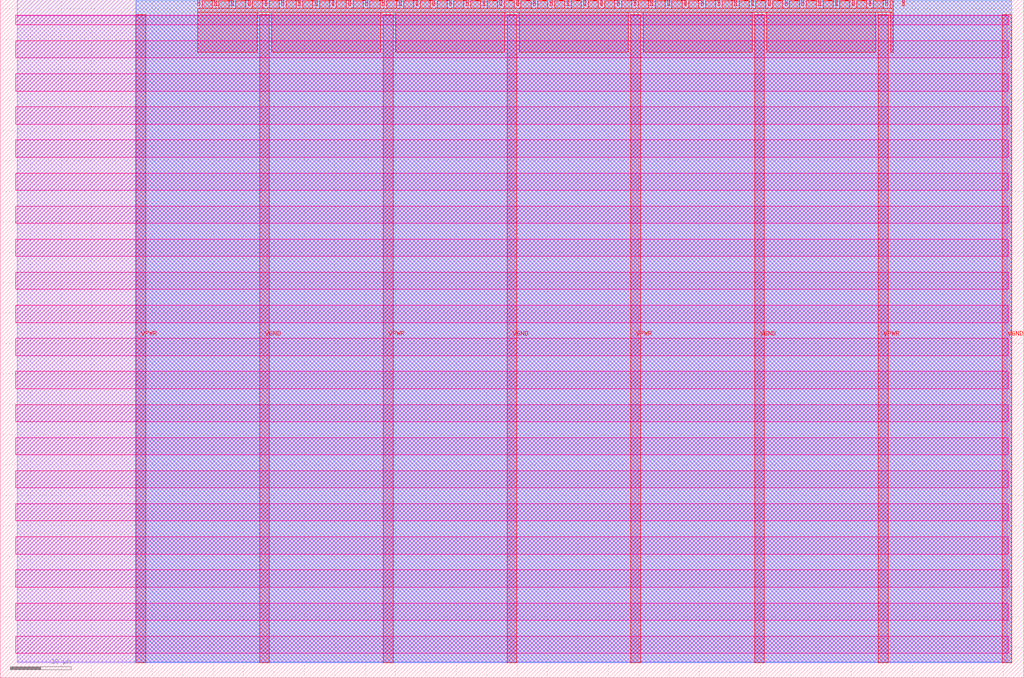
<source format=lef>
VERSION 5.7 ;
  NOWIREEXTENSIONATPIN ON ;
  DIVIDERCHAR "/" ;
  BUSBITCHARS "[]" ;
MACRO tt_um_topModuleKA
  CLASS BLOCK ;
  FOREIGN tt_um_topModuleKA ;
  ORIGIN 0.000 0.000 ;
  SIZE 168.360 BY 111.520 ;
  PIN VGND
    DIRECTION INOUT ;
    USE GROUND ;
    PORT
      LAYER met4 ;
        RECT 42.670 2.480 44.270 109.040 ;
    END
    PORT
      LAYER met4 ;
        RECT 83.380 2.480 84.980 109.040 ;
    END
    PORT
      LAYER met4 ;
        RECT 124.090 2.480 125.690 109.040 ;
    END
    PORT
      LAYER met4 ;
        RECT 164.800 2.480 166.400 109.040 ;
    END
  END VGND
  PIN VPWR
    DIRECTION INOUT ;
    USE POWER ;
    PORT
      LAYER met4 ;
        RECT 22.315 2.480 23.915 109.040 ;
    END
    PORT
      LAYER met4 ;
        RECT 63.025 2.480 64.625 109.040 ;
    END
    PORT
      LAYER met4 ;
        RECT 103.735 2.480 105.335 109.040 ;
    END
    PORT
      LAYER met4 ;
        RECT 144.445 2.480 146.045 109.040 ;
    END
  END VPWR
  PIN clk
    DIRECTION INPUT ;
    USE SIGNAL ;
    ANTENNAGATEAREA 0.852000 ;
    PORT
      LAYER met4 ;
        RECT 145.670 110.520 145.970 111.520 ;
    END
  END clk
  PIN ena
    DIRECTION INPUT ;
    USE SIGNAL ;
    PORT
      LAYER met4 ;
        RECT 148.430 110.520 148.730 111.520 ;
    END
  END ena
  PIN rst_n
    DIRECTION INPUT ;
    USE SIGNAL ;
    ANTENNAGATEAREA 0.213000 ;
    PORT
      LAYER met4 ;
        RECT 142.910 110.520 143.210 111.520 ;
    END
  END rst_n
  PIN ui_in[0]
    DIRECTION INPUT ;
    USE SIGNAL ;
    ANTENNAGATEAREA 0.196500 ;
    PORT
      LAYER met4 ;
        RECT 140.150 110.520 140.450 111.520 ;
    END
  END ui_in[0]
  PIN ui_in[1]
    DIRECTION INPUT ;
    USE SIGNAL ;
    ANTENNAGATEAREA 0.196500 ;
    PORT
      LAYER met4 ;
        RECT 137.390 110.520 137.690 111.520 ;
    END
  END ui_in[1]
  PIN ui_in[2]
    DIRECTION INPUT ;
    USE SIGNAL ;
    ANTENNAGATEAREA 0.196500 ;
    PORT
      LAYER met4 ;
        RECT 134.630 110.520 134.930 111.520 ;
    END
  END ui_in[2]
  PIN ui_in[3]
    DIRECTION INPUT ;
    USE SIGNAL ;
    ANTENNAGATEAREA 0.196500 ;
    PORT
      LAYER met4 ;
        RECT 131.870 110.520 132.170 111.520 ;
    END
  END ui_in[3]
  PIN ui_in[4]
    DIRECTION INPUT ;
    USE SIGNAL ;
    ANTENNAGATEAREA 0.196500 ;
    PORT
      LAYER met4 ;
        RECT 129.110 110.520 129.410 111.520 ;
    END
  END ui_in[4]
  PIN ui_in[5]
    DIRECTION INPUT ;
    USE SIGNAL ;
    ANTENNAGATEAREA 0.196500 ;
    PORT
      LAYER met4 ;
        RECT 126.350 110.520 126.650 111.520 ;
    END
  END ui_in[5]
  PIN ui_in[6]
    DIRECTION INPUT ;
    USE SIGNAL ;
    ANTENNAGATEAREA 0.196500 ;
    PORT
      LAYER met4 ;
        RECT 123.590 110.520 123.890 111.520 ;
    END
  END ui_in[6]
  PIN ui_in[7]
    DIRECTION INPUT ;
    USE SIGNAL ;
    ANTENNAGATEAREA 0.196500 ;
    PORT
      LAYER met4 ;
        RECT 120.830 110.520 121.130 111.520 ;
    END
  END ui_in[7]
  PIN uio_in[0]
    DIRECTION INPUT ;
    USE SIGNAL ;
    PORT
      LAYER met4 ;
        RECT 118.070 110.520 118.370 111.520 ;
    END
  END uio_in[0]
  PIN uio_in[1]
    DIRECTION INPUT ;
    USE SIGNAL ;
    PORT
      LAYER met4 ;
        RECT 115.310 110.520 115.610 111.520 ;
    END
  END uio_in[1]
  PIN uio_in[2]
    DIRECTION INPUT ;
    USE SIGNAL ;
    PORT
      LAYER met4 ;
        RECT 112.550 110.520 112.850 111.520 ;
    END
  END uio_in[2]
  PIN uio_in[3]
    DIRECTION INPUT ;
    USE SIGNAL ;
    PORT
      LAYER met4 ;
        RECT 109.790 110.520 110.090 111.520 ;
    END
  END uio_in[3]
  PIN uio_in[4]
    DIRECTION INPUT ;
    USE SIGNAL ;
    PORT
      LAYER met4 ;
        RECT 107.030 110.520 107.330 111.520 ;
    END
  END uio_in[4]
  PIN uio_in[5]
    DIRECTION INPUT ;
    USE SIGNAL ;
    PORT
      LAYER met4 ;
        RECT 104.270 110.520 104.570 111.520 ;
    END
  END uio_in[5]
  PIN uio_in[6]
    DIRECTION INPUT ;
    USE SIGNAL ;
    PORT
      LAYER met4 ;
        RECT 101.510 110.520 101.810 111.520 ;
    END
  END uio_in[6]
  PIN uio_in[7]
    DIRECTION INPUT ;
    USE SIGNAL ;
    PORT
      LAYER met4 ;
        RECT 98.750 110.520 99.050 111.520 ;
    END
  END uio_in[7]
  PIN uio_oe[0]
    DIRECTION OUTPUT TRISTATE ;
    USE SIGNAL ;
    PORT
      LAYER met4 ;
        RECT 51.830 110.520 52.130 111.520 ;
    END
  END uio_oe[0]
  PIN uio_oe[1]
    DIRECTION OUTPUT TRISTATE ;
    USE SIGNAL ;
    PORT
      LAYER met4 ;
        RECT 49.070 110.520 49.370 111.520 ;
    END
  END uio_oe[1]
  PIN uio_oe[2]
    DIRECTION OUTPUT TRISTATE ;
    USE SIGNAL ;
    PORT
      LAYER met4 ;
        RECT 46.310 110.520 46.610 111.520 ;
    END
  END uio_oe[2]
  PIN uio_oe[3]
    DIRECTION OUTPUT TRISTATE ;
    USE SIGNAL ;
    PORT
      LAYER met4 ;
        RECT 43.550 110.520 43.850 111.520 ;
    END
  END uio_oe[3]
  PIN uio_oe[4]
    DIRECTION OUTPUT TRISTATE ;
    USE SIGNAL ;
    PORT
      LAYER met4 ;
        RECT 40.790 110.520 41.090 111.520 ;
    END
  END uio_oe[4]
  PIN uio_oe[5]
    DIRECTION OUTPUT TRISTATE ;
    USE SIGNAL ;
    PORT
      LAYER met4 ;
        RECT 38.030 110.520 38.330 111.520 ;
    END
  END uio_oe[5]
  PIN uio_oe[6]
    DIRECTION OUTPUT TRISTATE ;
    USE SIGNAL ;
    PORT
      LAYER met4 ;
        RECT 35.270 110.520 35.570 111.520 ;
    END
  END uio_oe[6]
  PIN uio_oe[7]
    DIRECTION OUTPUT TRISTATE ;
    USE SIGNAL ;
    PORT
      LAYER met4 ;
        RECT 32.510 110.520 32.810 111.520 ;
    END
  END uio_oe[7]
  PIN uio_out[0]
    DIRECTION OUTPUT TRISTATE ;
    USE SIGNAL ;
    PORT
      LAYER met4 ;
        RECT 73.910 110.520 74.210 111.520 ;
    END
  END uio_out[0]
  PIN uio_out[1]
    DIRECTION OUTPUT TRISTATE ;
    USE SIGNAL ;
    PORT
      LAYER met4 ;
        RECT 71.150 110.520 71.450 111.520 ;
    END
  END uio_out[1]
  PIN uio_out[2]
    DIRECTION OUTPUT TRISTATE ;
    USE SIGNAL ;
    PORT
      LAYER met4 ;
        RECT 68.390 110.520 68.690 111.520 ;
    END
  END uio_out[2]
  PIN uio_out[3]
    DIRECTION OUTPUT TRISTATE ;
    USE SIGNAL ;
    PORT
      LAYER met4 ;
        RECT 65.630 110.520 65.930 111.520 ;
    END
  END uio_out[3]
  PIN uio_out[4]
    DIRECTION OUTPUT TRISTATE ;
    USE SIGNAL ;
    PORT
      LAYER met4 ;
        RECT 62.870 110.520 63.170 111.520 ;
    END
  END uio_out[4]
  PIN uio_out[5]
    DIRECTION OUTPUT TRISTATE ;
    USE SIGNAL ;
    PORT
      LAYER met4 ;
        RECT 60.110 110.520 60.410 111.520 ;
    END
  END uio_out[5]
  PIN uio_out[6]
    DIRECTION OUTPUT TRISTATE ;
    USE SIGNAL ;
    PORT
      LAYER met4 ;
        RECT 57.350 110.520 57.650 111.520 ;
    END
  END uio_out[6]
  PIN uio_out[7]
    DIRECTION OUTPUT TRISTATE ;
    USE SIGNAL ;
    ANTENNADIFFAREA 0.795200 ;
    PORT
      LAYER met4 ;
        RECT 54.590 110.520 54.890 111.520 ;
    END
  END uio_out[7]
  PIN uo_out[0]
    DIRECTION OUTPUT TRISTATE ;
    USE SIGNAL ;
    ANTENNAGATEAREA 0.126000 ;
    ANTENNADIFFAREA 0.445500 ;
    PORT
      LAYER met4 ;
        RECT 95.990 110.520 96.290 111.520 ;
    END
  END uo_out[0]
  PIN uo_out[1]
    DIRECTION OUTPUT TRISTATE ;
    USE SIGNAL ;
    ANTENNAGATEAREA 0.621000 ;
    ANTENNADIFFAREA 0.891000 ;
    PORT
      LAYER met4 ;
        RECT 93.230 110.520 93.530 111.520 ;
    END
  END uo_out[1]
  PIN uo_out[2]
    DIRECTION OUTPUT TRISTATE ;
    USE SIGNAL ;
    ANTENNAGATEAREA 0.499500 ;
    ANTENNADIFFAREA 0.891000 ;
    PORT
      LAYER met4 ;
        RECT 90.470 110.520 90.770 111.520 ;
    END
  END uo_out[2]
  PIN uo_out[3]
    DIRECTION OUTPUT TRISTATE ;
    USE SIGNAL ;
    ANTENNAGATEAREA 0.868500 ;
    ANTENNADIFFAREA 0.891000 ;
    PORT
      LAYER met4 ;
        RECT 87.710 110.520 88.010 111.520 ;
    END
  END uo_out[3]
  PIN uo_out[4]
    DIRECTION OUTPUT TRISTATE ;
    USE SIGNAL ;
    ANTENNAGATEAREA 0.621000 ;
    ANTENNADIFFAREA 0.891000 ;
    PORT
      LAYER met4 ;
        RECT 84.950 110.520 85.250 111.520 ;
    END
  END uo_out[4]
  PIN uo_out[5]
    DIRECTION OUTPUT TRISTATE ;
    USE SIGNAL ;
    ANTENNAGATEAREA 0.499500 ;
    ANTENNADIFFAREA 0.891000 ;
    PORT
      LAYER met4 ;
        RECT 82.190 110.520 82.490 111.520 ;
    END
  END uo_out[5]
  PIN uo_out[6]
    DIRECTION OUTPUT TRISTATE ;
    USE SIGNAL ;
    ANTENNAGATEAREA 0.499500 ;
    ANTENNADIFFAREA 0.891000 ;
    PORT
      LAYER met4 ;
        RECT 79.430 110.520 79.730 111.520 ;
    END
  END uo_out[6]
  PIN uo_out[7]
    DIRECTION OUTPUT TRISTATE ;
    USE SIGNAL ;
    ANTENNAGATEAREA 0.495000 ;
    ANTENNADIFFAREA 0.891000 ;
    PORT
      LAYER met4 ;
        RECT 76.670 110.520 76.970 111.520 ;
    END
  END uo_out[7]
  OBS
      LAYER nwell ;
        RECT 2.570 107.385 165.790 108.990 ;
        RECT 2.570 101.945 165.790 104.775 ;
        RECT 2.570 96.505 165.790 99.335 ;
        RECT 2.570 91.065 165.790 93.895 ;
        RECT 2.570 85.625 165.790 88.455 ;
        RECT 2.570 80.185 165.790 83.015 ;
        RECT 2.570 74.745 165.790 77.575 ;
        RECT 2.570 69.305 165.790 72.135 ;
        RECT 2.570 63.865 165.790 66.695 ;
        RECT 2.570 58.425 165.790 61.255 ;
        RECT 2.570 52.985 165.790 55.815 ;
        RECT 2.570 47.545 165.790 50.375 ;
        RECT 2.570 42.105 165.790 44.935 ;
        RECT 2.570 36.665 165.790 39.495 ;
        RECT 2.570 31.225 165.790 34.055 ;
        RECT 2.570 25.785 165.790 28.615 ;
        RECT 2.570 20.345 165.790 23.175 ;
        RECT 2.570 14.905 165.790 17.735 ;
        RECT 2.570 9.465 165.790 12.295 ;
        RECT 2.570 4.025 165.790 6.855 ;
      LAYER li1 ;
        RECT 2.760 2.635 165.600 108.885 ;
      LAYER met1 ;
        RECT 2.760 2.480 166.400 111.480 ;
      LAYER met2 ;
        RECT 22.345 2.535 166.370 111.510 ;
      LAYER met3 ;
        RECT 22.325 2.555 166.390 111.345 ;
      LAYER met4 ;
        RECT 33.210 110.120 34.870 111.345 ;
        RECT 35.970 110.120 37.630 111.345 ;
        RECT 38.730 110.120 40.390 111.345 ;
        RECT 41.490 110.120 43.150 111.345 ;
        RECT 44.250 110.120 45.910 111.345 ;
        RECT 47.010 110.120 48.670 111.345 ;
        RECT 49.770 110.120 51.430 111.345 ;
        RECT 52.530 110.120 54.190 111.345 ;
        RECT 55.290 110.120 56.950 111.345 ;
        RECT 58.050 110.120 59.710 111.345 ;
        RECT 60.810 110.120 62.470 111.345 ;
        RECT 63.570 110.120 65.230 111.345 ;
        RECT 66.330 110.120 67.990 111.345 ;
        RECT 69.090 110.120 70.750 111.345 ;
        RECT 71.850 110.120 73.510 111.345 ;
        RECT 74.610 110.120 76.270 111.345 ;
        RECT 77.370 110.120 79.030 111.345 ;
        RECT 80.130 110.120 81.790 111.345 ;
        RECT 82.890 110.120 84.550 111.345 ;
        RECT 85.650 110.120 87.310 111.345 ;
        RECT 88.410 110.120 90.070 111.345 ;
        RECT 91.170 110.120 92.830 111.345 ;
        RECT 93.930 110.120 95.590 111.345 ;
        RECT 96.690 110.120 98.350 111.345 ;
        RECT 99.450 110.120 101.110 111.345 ;
        RECT 102.210 110.120 103.870 111.345 ;
        RECT 104.970 110.120 106.630 111.345 ;
        RECT 107.730 110.120 109.390 111.345 ;
        RECT 110.490 110.120 112.150 111.345 ;
        RECT 113.250 110.120 114.910 111.345 ;
        RECT 116.010 110.120 117.670 111.345 ;
        RECT 118.770 110.120 120.430 111.345 ;
        RECT 121.530 110.120 123.190 111.345 ;
        RECT 124.290 110.120 125.950 111.345 ;
        RECT 127.050 110.120 128.710 111.345 ;
        RECT 129.810 110.120 131.470 111.345 ;
        RECT 132.570 110.120 134.230 111.345 ;
        RECT 135.330 110.120 136.990 111.345 ;
        RECT 138.090 110.120 139.750 111.345 ;
        RECT 140.850 110.120 142.510 111.345 ;
        RECT 143.610 110.120 145.270 111.345 ;
        RECT 146.370 110.120 146.905 111.345 ;
        RECT 32.495 109.440 146.905 110.120 ;
        RECT 32.495 102.855 42.270 109.440 ;
        RECT 44.670 102.855 62.625 109.440 ;
        RECT 65.025 102.855 82.980 109.440 ;
        RECT 85.380 102.855 103.335 109.440 ;
        RECT 105.735 102.855 123.690 109.440 ;
        RECT 126.090 102.855 144.045 109.440 ;
        RECT 146.445 102.855 146.905 109.440 ;
  END
END tt_um_topModuleKA
END LIBRARY


</source>
